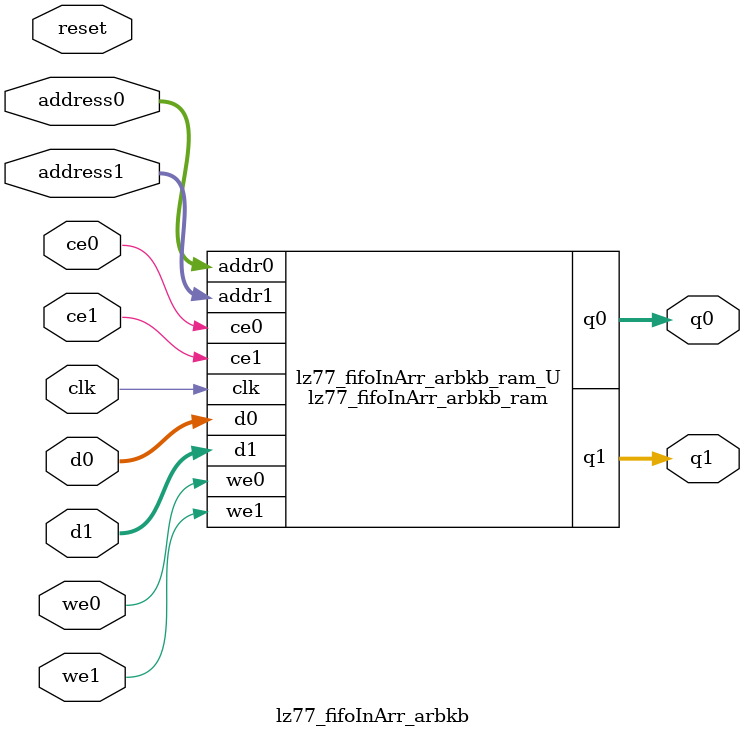
<source format=v>
`timescale 1 ns / 1 ps
module lz77_fifoInArr_arbkb_ram (addr0, ce0, d0, we0, q0, addr1, ce1, d1, we1, q1,  clk);

parameter DWIDTH = 8;
parameter AWIDTH = 13;
parameter MEM_SIZE = 8192;

input[AWIDTH-1:0] addr0;
input ce0;
input[DWIDTH-1:0] d0;
input we0;
output reg[DWIDTH-1:0] q0;
input[AWIDTH-1:0] addr1;
input ce1;
input[DWIDTH-1:0] d1;
input we1;
output reg[DWIDTH-1:0] q1;
input clk;

(* ram_style = "block" *)reg [DWIDTH-1:0] ram[0:MEM_SIZE-1];




always @(posedge clk)  
begin 
    if (ce0) 
    begin
        if (we0) 
        begin 
            ram[addr0] <= d0; 
        end 
        q0 <= ram[addr0];
    end
end


always @(posedge clk)  
begin 
    if (ce1) 
    begin
        if (we1) 
        begin 
            ram[addr1] <= d1; 
        end 
        q1 <= ram[addr1];
    end
end


endmodule

`timescale 1 ns / 1 ps
module lz77_fifoInArr_arbkb(
    reset,
    clk,
    address0,
    ce0,
    we0,
    d0,
    q0,
    address1,
    ce1,
    we1,
    d1,
    q1);

parameter DataWidth = 32'd8;
parameter AddressRange = 32'd8192;
parameter AddressWidth = 32'd13;
input reset;
input clk;
input[AddressWidth - 1:0] address0;
input ce0;
input we0;
input[DataWidth - 1:0] d0;
output[DataWidth - 1:0] q0;
input[AddressWidth - 1:0] address1;
input ce1;
input we1;
input[DataWidth - 1:0] d1;
output[DataWidth - 1:0] q1;



lz77_fifoInArr_arbkb_ram lz77_fifoInArr_arbkb_ram_U(
    .clk( clk ),
    .addr0( address0 ),
    .ce0( ce0 ),
    .we0( we0 ),
    .d0( d0 ),
    .q0( q0 ),
    .addr1( address1 ),
    .ce1( ce1 ),
    .we1( we1 ),
    .d1( d1 ),
    .q1( q1 ));

endmodule


</source>
